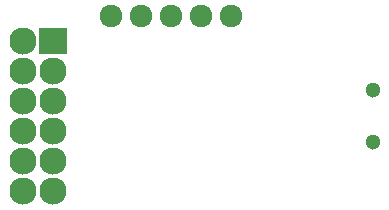
<source format=gbr>
G04 #@! TF.FileFunction,Soldermask,Bot*
%FSLAX46Y46*%
G04 Gerber Fmt 4.6, Leading zero omitted, Abs format (unit mm)*
G04 Created by KiCad (PCBNEW 4.0.2+dfsg1-stable) date mar. 12 sept. 2017 13:22:42 CEST*
%MOMM*%
G01*
G04 APERTURE LIST*
%ADD10C,0.100000*%
%ADD11R,2.400000X2.300000*%
%ADD12C,2.300000*%
%ADD13C,1.300000*%
%ADD14C,1.924000*%
G04 APERTURE END LIST*
D10*
D11*
X129680000Y-98650000D03*
D12*
X129680000Y-101190000D03*
X129680000Y-103730000D03*
X129680000Y-106270000D03*
X129680000Y-108810000D03*
X129680000Y-111350000D03*
X127140000Y-98650000D03*
X127140000Y-101190000D03*
X127140000Y-103730000D03*
X127140000Y-106270000D03*
X127140000Y-108810000D03*
X127140000Y-111350000D03*
D13*
X156750000Y-107200000D03*
X156750000Y-102800000D03*
D14*
X134620000Y-96520000D03*
X137160000Y-96520000D03*
X139700000Y-96520000D03*
X142240000Y-96520000D03*
X144780000Y-96520000D03*
M02*

</source>
